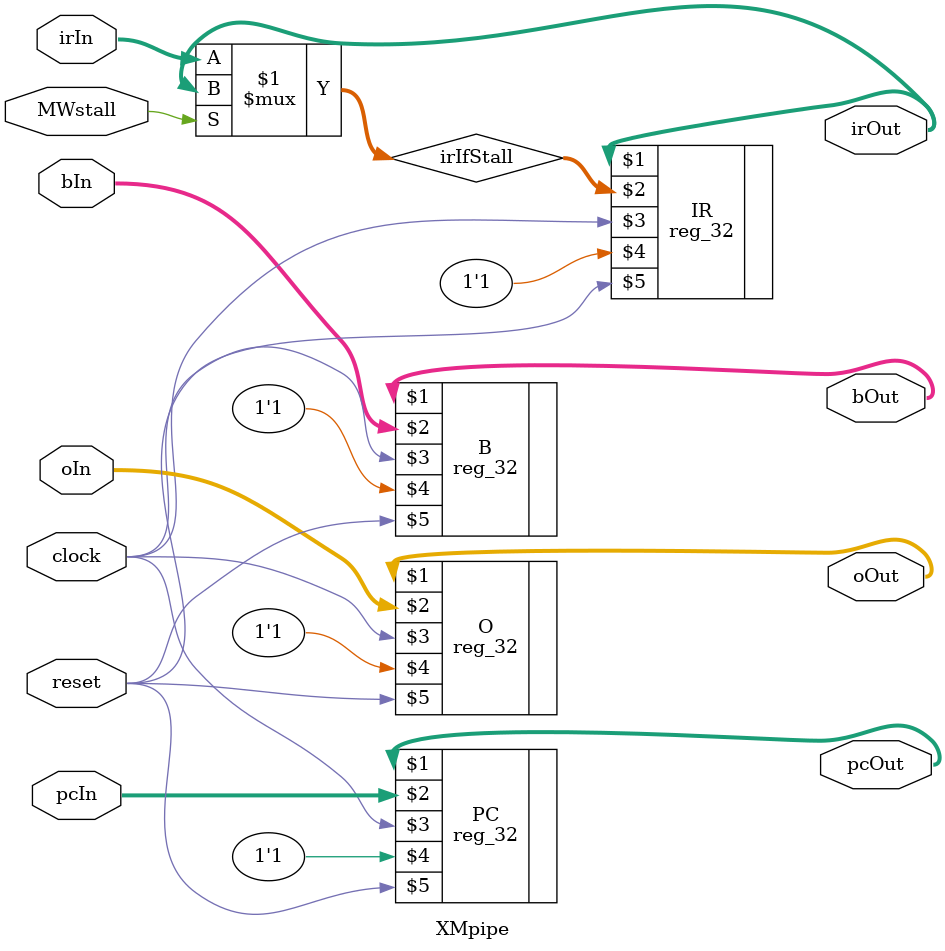
<source format=v>
module XMpipe(oIn, oOut, bIn, bOut, irIn, irOut, clock, reset, pcIn, pcOut, MWstall);
    input [31:0] oIn, bIn, irIn, pcIn;
    input clock, reset, MWstall;
    output [31:0] oOut, bOut, irOut, pcOut;

    wire [31:0] irIfStall;

    assign irIfStall = MWstall ? irOut : irIn;

    reg_32 O(oOut, oIn, clock, 1'b1, reset);
    reg_32 B(bOut, bIn, clock, 1'b1, reset);
    reg_32 IR(irOut, irIfStall, clock, 1'b1, reset);
    reg_32 PC(pcOut, pcIn, clock, 1'b1, reset);

endmodule
</source>
